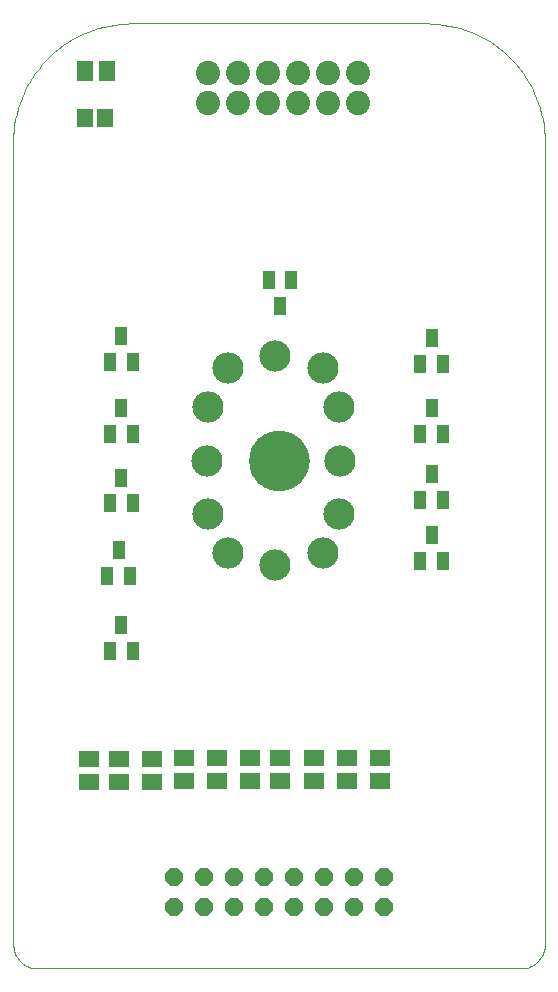
<source format=gts>
G75*
G70*
%OFA0B0*%
%FSLAX24Y24*%
%IPPOS*%
%LPD*%
%AMOC8*
5,1,8,0,0,1.08239X$1,22.5*
%
%ADD10C,0.0000*%
%ADD11R,0.0670X0.0552*%
%ADD12OC8,0.0600*%
%ADD13R,0.0434X0.0591*%
%ADD14C,0.0808*%
%ADD15C,0.1040*%
%ADD16C,0.2009*%
%ADD17R,0.0552X0.0670*%
%ADD18R,0.0552X0.0631*%
D10*
X000100Y000887D02*
X000100Y027659D01*
X000104Y027846D01*
X000118Y028033D01*
X000140Y028219D01*
X000171Y028404D01*
X000211Y028587D01*
X000259Y028768D01*
X000317Y028947D01*
X000382Y029122D01*
X000456Y029294D01*
X000538Y029463D01*
X000627Y029628D01*
X000725Y029788D01*
X000830Y029943D01*
X000942Y030093D01*
X001062Y030237D01*
X001188Y030376D01*
X001320Y030508D01*
X001459Y030634D01*
X001603Y030754D01*
X001753Y030866D01*
X001908Y030971D01*
X002068Y031069D01*
X002233Y031158D01*
X002402Y031240D01*
X002574Y031314D01*
X002749Y031379D01*
X002928Y031437D01*
X003109Y031485D01*
X003292Y031525D01*
X003477Y031556D01*
X003663Y031578D01*
X003850Y031592D01*
X004037Y031596D01*
X013880Y031596D01*
X014067Y031592D01*
X014254Y031578D01*
X014440Y031556D01*
X014625Y031525D01*
X014808Y031485D01*
X014989Y031437D01*
X015168Y031379D01*
X015343Y031314D01*
X015515Y031240D01*
X015684Y031158D01*
X015848Y031069D01*
X016009Y030971D01*
X016164Y030866D01*
X016314Y030754D01*
X016458Y030634D01*
X016597Y030508D01*
X016729Y030376D01*
X016855Y030237D01*
X016975Y030093D01*
X017087Y029943D01*
X017192Y029788D01*
X017290Y029628D01*
X017379Y029463D01*
X017461Y029294D01*
X017535Y029122D01*
X017600Y028947D01*
X017658Y028768D01*
X017706Y028587D01*
X017746Y028404D01*
X017777Y028219D01*
X017799Y028033D01*
X017813Y027846D01*
X017817Y027659D01*
X017817Y000887D01*
X017816Y000887D02*
X017814Y000833D01*
X017809Y000780D01*
X017800Y000727D01*
X017787Y000675D01*
X017771Y000623D01*
X017751Y000573D01*
X017728Y000525D01*
X017701Y000478D01*
X017672Y000433D01*
X017639Y000390D01*
X017604Y000350D01*
X017566Y000312D01*
X017526Y000277D01*
X017483Y000244D01*
X017438Y000215D01*
X017391Y000188D01*
X017343Y000165D01*
X017293Y000145D01*
X017241Y000129D01*
X017189Y000116D01*
X017136Y000107D01*
X017083Y000102D01*
X017029Y000100D01*
X000887Y000100D01*
X000833Y000102D01*
X000780Y000107D01*
X000727Y000116D01*
X000675Y000129D01*
X000623Y000145D01*
X000573Y000165D01*
X000525Y000188D01*
X000478Y000215D01*
X000433Y000244D01*
X000390Y000277D01*
X000350Y000312D01*
X000312Y000350D01*
X000277Y000390D01*
X000244Y000433D01*
X000215Y000478D01*
X000188Y000525D01*
X000165Y000573D01*
X000145Y000623D01*
X000129Y000675D01*
X000116Y000727D01*
X000107Y000780D01*
X000102Y000833D01*
X000100Y000887D01*
X007974Y017029D02*
X007976Y017091D01*
X007982Y017154D01*
X007992Y017215D01*
X008006Y017276D01*
X008023Y017336D01*
X008044Y017395D01*
X008070Y017452D01*
X008098Y017507D01*
X008130Y017561D01*
X008166Y017612D01*
X008204Y017662D01*
X008246Y017708D01*
X008290Y017752D01*
X008338Y017793D01*
X008387Y017831D01*
X008439Y017865D01*
X008493Y017896D01*
X008549Y017924D01*
X008607Y017948D01*
X008666Y017969D01*
X008726Y017985D01*
X008787Y017998D01*
X008849Y018007D01*
X008911Y018012D01*
X008974Y018013D01*
X009036Y018010D01*
X009098Y018003D01*
X009160Y017992D01*
X009220Y017977D01*
X009280Y017959D01*
X009338Y017937D01*
X009395Y017911D01*
X009450Y017881D01*
X009503Y017848D01*
X009554Y017812D01*
X009602Y017773D01*
X009648Y017730D01*
X009691Y017685D01*
X009731Y017637D01*
X009768Y017587D01*
X009802Y017534D01*
X009833Y017480D01*
X009859Y017424D01*
X009883Y017366D01*
X009902Y017306D01*
X009918Y017246D01*
X009930Y017184D01*
X009938Y017123D01*
X009942Y017060D01*
X009942Y016998D01*
X009938Y016935D01*
X009930Y016874D01*
X009918Y016812D01*
X009902Y016752D01*
X009883Y016692D01*
X009859Y016634D01*
X009833Y016578D01*
X009802Y016524D01*
X009768Y016471D01*
X009731Y016421D01*
X009691Y016373D01*
X009648Y016328D01*
X009602Y016285D01*
X009554Y016246D01*
X009503Y016210D01*
X009450Y016177D01*
X009395Y016147D01*
X009338Y016121D01*
X009280Y016099D01*
X009220Y016081D01*
X009160Y016066D01*
X009098Y016055D01*
X009036Y016048D01*
X008974Y016045D01*
X008911Y016046D01*
X008849Y016051D01*
X008787Y016060D01*
X008726Y016073D01*
X008666Y016089D01*
X008607Y016110D01*
X008549Y016134D01*
X008493Y016162D01*
X008439Y016193D01*
X008387Y016227D01*
X008338Y016265D01*
X008290Y016306D01*
X008246Y016350D01*
X008204Y016396D01*
X008166Y016446D01*
X008130Y016497D01*
X008098Y016551D01*
X008070Y016606D01*
X008044Y016663D01*
X008023Y016722D01*
X008006Y016782D01*
X007992Y016843D01*
X007982Y016904D01*
X007976Y016967D01*
X007974Y017029D01*
D11*
X007994Y007108D03*
X007994Y006360D03*
X009002Y006360D03*
X009002Y007108D03*
X010108Y007108D03*
X010108Y006360D03*
X011214Y006360D03*
X011214Y007108D03*
X012320Y007108D03*
X012320Y006360D03*
X006887Y006360D03*
X006887Y007108D03*
X005781Y007108D03*
X005781Y006360D03*
X004722Y006324D03*
X004722Y007072D03*
X003616Y007072D03*
X003616Y006324D03*
X002616Y006324D03*
X002616Y007072D03*
D12*
X005443Y003151D03*
X005443Y002151D03*
X006443Y002151D03*
X006443Y003151D03*
X007443Y003151D03*
X007443Y002151D03*
X008443Y002151D03*
X008443Y003151D03*
X009443Y003151D03*
X009443Y002151D03*
X010443Y002151D03*
X010443Y003151D03*
X011443Y003151D03*
X011443Y002151D03*
X012443Y002151D03*
X012443Y003151D03*
D13*
X013667Y013691D03*
X014041Y014557D03*
X014415Y013691D03*
X014415Y015706D03*
X014041Y016572D03*
X013667Y015706D03*
X013667Y017919D03*
X014041Y018785D03*
X014415Y017919D03*
X014415Y020230D03*
X014041Y021096D03*
X013667Y020230D03*
X009368Y023033D03*
X008994Y022167D03*
X008620Y023033D03*
X004080Y020324D03*
X003706Y021191D03*
X003332Y020324D03*
X003706Y018777D03*
X003332Y017911D03*
X004080Y017911D03*
X003706Y016462D03*
X003332Y015596D03*
X004080Y015596D03*
X003608Y014049D03*
X003982Y013183D03*
X003234Y013183D03*
X003706Y011537D03*
X003332Y010671D03*
X004080Y010671D03*
D14*
X006584Y028939D03*
X006584Y029939D03*
X007584Y029939D03*
X007584Y028939D03*
X008584Y028939D03*
X008584Y029939D03*
X009584Y029939D03*
X009584Y028939D03*
X010584Y028939D03*
X010584Y029939D03*
X011584Y029939D03*
X011584Y028939D03*
D15*
X008833Y020501D03*
X007258Y020107D03*
X006596Y018801D03*
X006546Y017029D03*
X006596Y015257D03*
X007258Y013951D03*
X008833Y013558D03*
X010408Y013951D03*
X010945Y015257D03*
X010995Y017029D03*
X010945Y018801D03*
X010408Y020107D03*
D16*
X008958Y017029D03*
D17*
X003230Y030021D03*
X002482Y030021D03*
D18*
X002482Y028446D03*
X003151Y028446D03*
M02*

</source>
